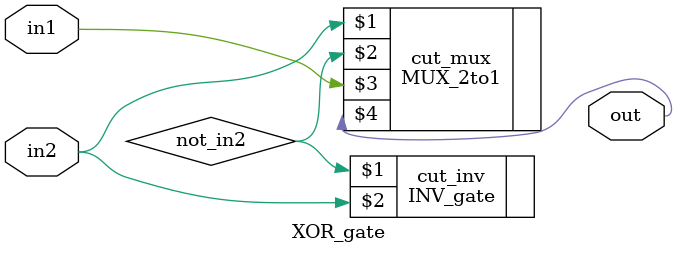
<source format=v>
`timescale 1ns/1ns

module XOR_gate(output out , input in1 , in2);
  wire not_in2;
  
  INV_gate cut_inv(not_in2 , in2);
  MUX_2to1 cut_mux(in2 , not_in2 , in1 , out);
  
endmodule


</source>
